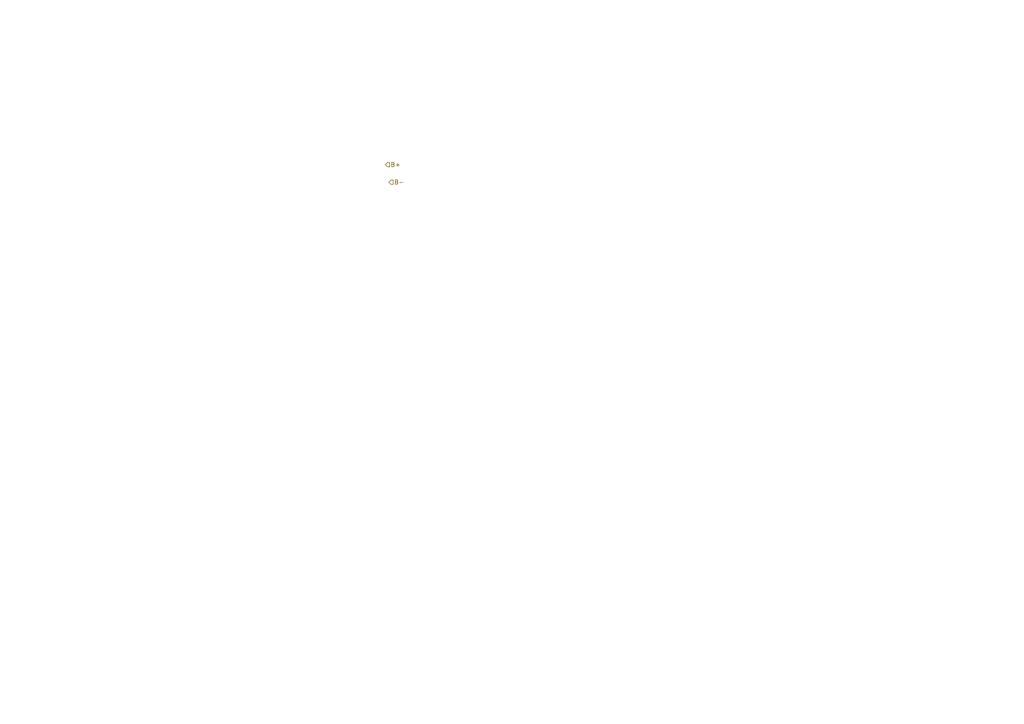
<source format=kicad_sch>
(kicad_sch (version 20211123) (generator eeschema)
  (paper "A4")
  (lib_symbols)
  (hierarchical_label "B+" (shape input) (at 111.76 47.752 0))
  (hierarchical_label "B-" (shape input) (at 112.776 52.832 0))
)
</source>
